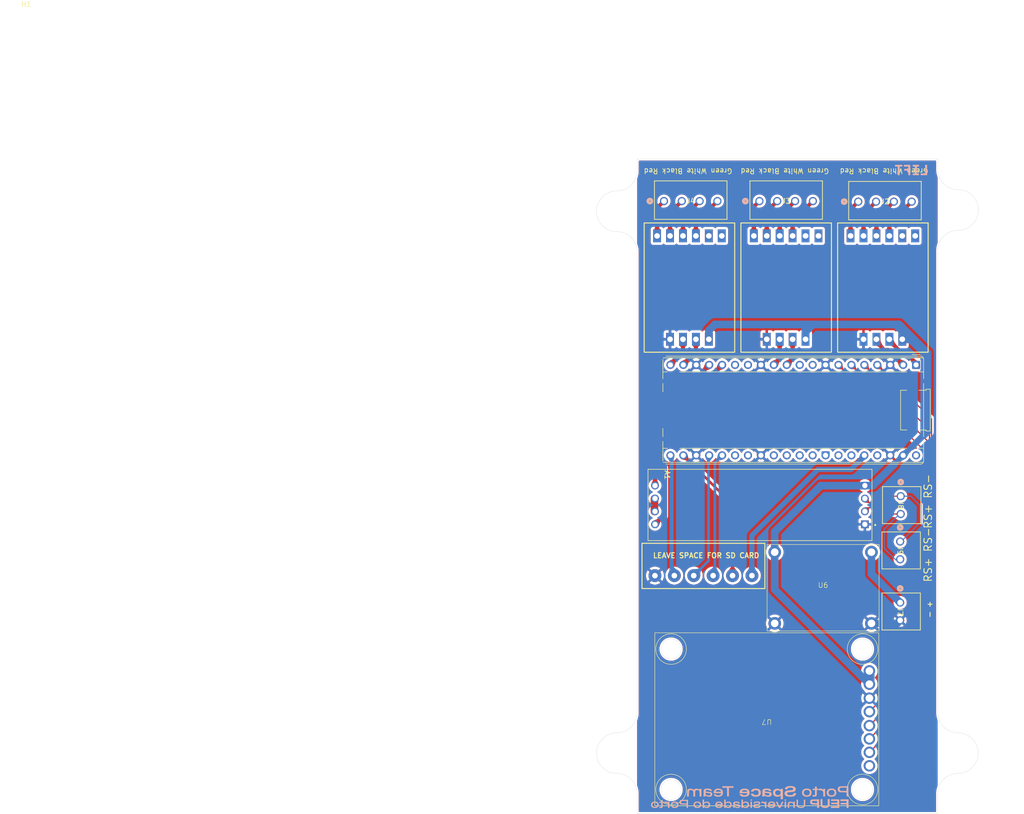
<source format=kicad_pcb>
(kicad_pcb (version 20241229) (generator "pcbnew") (generator_version "9.0")
  (layers (0 "F.Cu" signal) (2 "B.Cu" signal) (13 "F.Paste" user) (15 "B.Paste" user) (5 "F.SilkS" user "F.Silkscreen") (7 "B.SilkS" user "B.Silkscreen") (1 "F.Mask" user) (3 "B.Mask" user) (25 "Edge.Cuts" user))
  (net 0 "")
  (net 1 "GND")
  (net 17 "/E3-")
  (net 18 "/CLK2")
  (net 19 "/A3-")
  (net 20 "/DT2")
  (net 21 "/E3+")
  (net 22 "/A3+")
  (net 24 "/DT1")
  (net 26 "/E1+")
  (net 27 "/SD_MISO")
  (net 28 "/SD_MOSI")
  (net 29 "/E1-")
  (net 30 "/SD_CLK")
  (net 31 "/SD_CS")
  (net 32 "/A1+")
  (net 33 "/CLK1")
  (net 34 "/A1-")
  (net 35 "/A2-")
  (net 37 "/E2+")
  (net 38 "/E2-")
  (net 39 "/CLK3")
  (net 40 "/A2+")
  (net 42 "/DT3")
  (net 43 "/3V3")
  (net 46 "/5V")
  (net 47 "/RS+")
  (net 48 "/RS-")
  (net 49 "/UART TX")
  (net 50 "/UART RX")
  (net 51 "/DE{slash}RE")
  (net 52 "/V_In")
  (net 53 "/CAN TX")
  (net 54 "/CAN CLK")
  (net 55 "/CAN RX")
  (net 56 "/CAN CS")
  (footprint "HX711 Module:HX711" (layer "F.Cu") (at 173.02 55 -90)
    (property "Reference" "U5" (hide yes))
    (property "Value" "~")
    (pad "1" thru_hole rect (at -10.16 7.62 270) (size 2.54 1.54) (drill 1.1) (layers "*.Cu" "*.Mask") (net 37 "/E2+"))
    (pad "2" thru_hole rect (at -10.16 5.08 270) (size 2.54 1.54) (drill 1.1) (layers "*.Cu" "*.Mask") (net 38 "/E2-"))
    (pad "3" thru_hole rect (at -10.16 2.54 270) (size 2.54 1.54) (drill 1.1) (layers "*.Cu" "*.Mask") (net 35 "/A2-"))
    (pad "4" thru_hole rect (at -10.16 0 270) (size 2.54 1.54) (drill 1.1) (layers "*.Cu" "*.Mask") (net 40 "/A2+"))
    (pad "5" thru_hole rect (at -10.16 -2.54 270) (size 2.54 1.54) (drill 1.1) (layers "*.Cu" "*.Mask"))
    (pad "6" thru_hole rect (at -10.16 -5.08 270) (size 2.54 1.54) (drill 1.1) (layers "*.Cu" "*.Mask"))
    (pad "7" thru_hole rect (at 10.16 5.08 270) (size 2.54 1.54) (drill 1.1) (layers "*.Cu" "*.Mask") (net 1 "GND"))
    (pad "8" thru_hole rect (at 10.16 2.54 270) (size 2.54 1.54) (drill 1.1) (layers "*.Cu" "*.Mask") (net 42 "/DT3"))
    (pad "9" thru_hole rect (at 10.16 0 270) (size 2.54 1.54) (drill 1.1) (layers "*.Cu" "*.Mask") (net 39 "/CLK3"))
    (pad "10" thru_hole rect (at 10.16 -2.54 270) (size 2.54 1.54) (drill 1.1) (layers "*.Cu" "*.Mask") (net 46 "/5V"))
  )
  (footprint "HX711 Module:HX711" (layer "F.Cu") (at 135.02 55 -90)
    (property "Reference" "U1" (hide yes))
    (property "Value" "~")
    (pad "1" thru_hole rect (at -10.16 7.62 270) (size 2.54 1.54) (drill 1.1) (layers "*.Cu" "*.Mask") (net 21 "/E3+"))
    (pad "2" thru_hole rect (at -10.16 5.08 270) (size 2.54 1.54) (drill 1.1) (layers "*.Cu" "*.Mask") (net 17 "/E3-"))
    (pad "3" thru_hole rect (at -10.16 2.54 270) (size 2.54 1.54) (drill 1.1) (layers "*.Cu" "*.Mask") (net 19 "/A3-"))
    (pad "4" thru_hole rect (at -10.16 0 270) (size 2.54 1.54) (drill 1.1) (layers "*.Cu" "*.Mask") (net 22 "/A3+"))
    (pad "5" thru_hole rect (at -10.16 -2.54 270) (size 2.54 1.54) (drill 1.1) (layers "*.Cu" "*.Mask"))
    (pad "6" thru_hole rect (at -10.16 -5.08 270) (size 2.54 1.54) (drill 1.1) (layers "*.Cu" "*.Mask"))
    (pad "7" thru_hole rect (at 10.16 5.08 270) (size 2.54 1.54) (drill 1.1) (layers "*.Cu" "*.Mask") (net 1 "GND"))
    (pad "8" thru_hole rect (at 10.16 2.54 270) (size 2.54 1.54) (drill 1.1) (layers "*.Cu" "*.Mask") (net 20 "/DT2"))
    (pad "9" thru_hole rect (at 10.16 0 270) (size 2.54 1.54) (drill 1.1) (layers "*.Cu" "*.Mask") (net 18 "/CLK2"))
    (pad "10" thru_hole rect (at 10.16 -2.54 270) (size 2.54 1.54) (drill 1.1) (layers "*.Cu" "*.Mask") (net 46 "/5V"))
  )
  (footprint "CONN_SD-39357-001_02P_MOL:CONN_SD-39357-001_02P_MOL" (layer "F.Cu") (at 175.1445 116.9104 -90)
    (property "Reference" "J7" (at 1.75 0 270) (layer "F.SilkS"))
    (property "Value" "393570002")
    (pad "1" thru_hole circle (at 0 0 270) (size 1.6002 1.6002) (drill 1.0922) (layers "*.Cu" "*.Mask") (net 52 "/V_In"))
    (pad "2" thru_hole circle (at 3.500002 0 270) (size 1.6002 1.6002) (drill 1.0922) (layers "*.Cu" "*.Mask") (net 1 "GND"))
  )
  (footprint "CANController:CANController" (layer "F.Cu") (at 148.95 139.85 180)
    (property "Reference" "U7" (at 0 -0.5 180) (layer "F.SilkS") (effects (font (thickness 0.1))))
    (property "Value" "~")
    (fp_circle (center 18.8 13.8) (end 20.8 13.8) (stroke (width 0.05)) (fill no) (layer "Edge.Cuts"))
    (fp_circle (center 18.8 -13.8) (end 20.8 -13.8) (stroke (width 0.05)) (fill no) (layer "Edge.Cuts"))
    (fp_circle (center -18.8 13.8) (end -16.8 13.8) (stroke (width 0.05)) (fill no) (layer "Edge.Cuts"))
    (fp_circle (center -18.8 -13.8) (end -16.8 -13.8) (stroke (width 0.05)) (fill no) (layer "Edge.Cuts"))
    (pad "1" thru_hole circle (at -20.15 -9.15 180) (size 2.25 2.25) (drill 1.5) (layers "*.Cu" "*.Mask"))
    (pad "2" thru_hole circle (at -20.15 -6.5 180) (size 2.25 2.25) (drill 1.5) (layers "*.Cu" "*.Mask") (net 54 "/CAN CLK"))
    (pad "3" thru_hole circle (at -20.15 -3.85 180) (size 2.25 2.25) (drill 1.5) (layers "*.Cu" "*.Mask") (net 53 "/CAN TX"))
    (pad "4" thru_hole circle (at -20.15 -1.25 180) (size 2.25 2.25) (drill 1.5) (layers "*.Cu" "*.Mask") (net 55 "/CAN RX"))
    (pad "5" thru_hole circle (at -20.15 1.5 180) (size 2.25 2.25) (drill 1.5) (layers "*.Cu" "*.Mask") (net 56 "/CAN CS"))
    (pad "6" thru_hole circle (at -20.15 4.15 180) (size 2.25 2.25) (drill 1.5) (layers "*.Cu" "*.Mask") (net 1 "GND"))
    (pad "7" thru_hole circle (at -20.15 6.9 180) (size 2.25 2.25) (drill 1.5) (layers "*.Cu" "*.Mask") (net 46 "/5V"))
    (pad "8" thru_hole circle (at -20.15 9.5 180) (size 2.25 2.25) (drill 1.5) (layers "*.Cu" "*.Mask") (net 46 "/5V"))
  )
  (footprint "MicroSDReader:MicroSD Reader" (layer "F.Cu") (at 135.865 103.995)
    (property "Reference" "U2" (hide yes))
    (property "Value" "~")
    (pad "1" thru_hole circle (at -8.89 7.62) (size 2.54 2.54) (drill 1.1) (layers "*.Cu" "*.Mask") (net 1 "GND"))
    (pad "2" thru_hole circle (at -5.08 7.62) (size 2.54 2.54) (drill 1.1) (layers "*.Cu" "*.Mask") (net 27 "/SD_MISO"))
    (pad "3" thru_hole circle (at -1.27 7.62) (size 2.54 2.54) (drill 1.1) (layers "*.Cu" "*.Mask") (net 30 "/SD_CLK"))
    (pad "4" thru_hole circle (at 2.54 7.62) (size 2.54 2.54) (drill 1.1) (layers "*.Cu" "*.Mask") (net 28 "/SD_MOSI"))
    (pad "5" thru_hole circle (at 6.35 7.62) (size 2.54 2.54) (drill 1.1) (layers "*.Cu" "*.Mask") (net 31 "/SD_CS"))
    (pad "6" thru_hole circle (at 10.16 7.62) (size 2.54 2.54) (drill 1.1) (layers "*.Cu" "*.Mask") (net 43 "/3V3"))
  )
  (footprint "393570004:CONN_SD-39357-001_04P_MOL" (layer "F.Cu") (at 147.499999 38)
    (property "Reference" "J3" (at 5.25 0 0) (layer "F.SilkS"))
    (property "Value" "393570004")
    (pad "1" thru_hole circle (at 0 0) (size 1.6002 1.6002) (drill 1.0922) (layers "*.Cu" "*.Mask") (net 26 "/E1+"))
    (pad "2" thru_hole circle (at 3.500001 0) (size 1.6002 1.6002) (drill 1.0922) (layers "*.Cu" "*.Mask") (net 29 "/E1-"))
    (pad "3" thru_hole circle (at 7.000001 0) (size 1.6002 1.6002) (drill 1.0922) (layers "*.Cu" "*.Mask") (net 34 "/A1-"))
    (pad "4" thru_hole circle (at 10.500002 0) (size 1.6002 1.6002) (drill 1.0922) (layers "*.Cu" "*.Mask") (net 32 "/A1+"))
  )
  (footprint "MountingHole:MountingHole_3.2mm_M3" (layer "F.Cu") (at 119 40)
    (property "Reference" "H4" (hide yes))
    (property "Value" "MountingHole" (hide yes))
    (pad "" np_thru_hole circle (at 0 0) (size 3.2 3.2) (drill 3.2) (layers "*.Cu" "*.Mask"))
  )
  (footprint "MountingHole:MountingHole_3.2mm_M3" (layer "F.Cu") (at 187 39.75)
    (property "Reference" "H3" (hide yes))
    (property "Value" "MountingHole" (hide yes))
    (pad "" np_thru_hole circle (at 0 0) (size 3.2 3.2) (drill 3.2) (layers "*.Cu" "*.Mask"))
  )
  (footprint "CONN_SD-39357-001_02P_MOL:CONN_SD-39357-001_02P_MOL" (layer "F.Cu") (at 175.25 96 -90)
    (property "Reference" "J8" (at 1.75 0 270) (layer "F.SilkS"))
    (property "Value" "393570002")
    (pad "1" thru_hole circle (at 0 0 270) (size 1.6002 1.6002) (drill 1.0922) (layers "*.Cu" "*.Mask") (net 48 "/RS-"))
    (pad "2" thru_hole circle (at 3.500002 0 270) (size 1.6002 1.6002) (drill 1.0922) (layers "*.Cu" "*.Mask") (net 47 "/RS+"))
  )
  (footprint "HX711 Module:HX711" (layer "F.Cu") (at 154.02 55 -90)
    (property "Reference" "U4" (hide yes))
    (property "Value" "~")
    (pad "1" thru_hole rect (at -10.16 7.62 270) (size 2.54 1.54) (drill 1.1) (layers "*.Cu" "*.Mask") (net 26 "/E1+"))
    (pad "2" thru_hole rect (at -10.16 5.08 270) (size 2.54 1.54) (drill 1.1) (layers "*.Cu" "*.Mask") (net 29 "/E1-"))
    (pad "3" thru_hole rect (at -10.16 2.54 270) (size 2.54 1.54) (drill 1.1) (layers "*.Cu" "*.Mask") (net 34 "/A1-"))
    (pad "4" thru_hole rect (at -10.16 0 270) (size 2.54 1.54) (drill 1.1) (layers "*.Cu" "*.Mask") (net 32 "/A1+"))
    (pad "5" thru_hole rect (at -10.16 -2.54 270) (size 2.54 1.54) (drill 1.1) (layers "*.Cu" "*.Mask"))
    (pad "6" thru_hole rect (at -10.16 -5.08 270) (size 2.54 1.54) (drill 1.1) (layers "*.Cu" "*.Mask"))
    (pad "7" thru_hole rect (at 10.16 5.08 270) (size 2.54 1.54) (drill 1.1) (layers "*.Cu" "*.Mask") (net 1 "GND"))
    (pad "8" thru_hole rect (at 10.16 2.54 270) (size 2.54 1.54) (drill 1.1) (layers "*.Cu" "*.Mask") (net 24 "/DT1"))
    (pad "9" thru_hole rect (at 10.16 0 270) (size 2.54 1.54) (drill 1.1) (layers "*.Cu" "*.Mask") (net 33 "/CLK1"))
    (pad "10" thru_hole rect (at 10.16 -2.54 270) (size 2.54 1.54) (drill 1.1) (layers "*.Cu" "*.Mask") (net 46 "/5V"))
  )
  (footprint "MAX485Module:MODULE_MAX485_MODULE_5V_LOGIC_TLL_TO_RS-485_CONVERTER" (layer "F.Cu") (at 147.61 97.725 180)
    (property "Reference" "U3" (hide yes))
    (property "Value" "MAX485_MODULE_5V_LOGIC_TLL_TO_RS-485_CONVERTER")
    (pad "1" thru_hole rect (at -20.6 -3.81 180) (size 1.53 1.53) (drill 1.02) (layers "*.Cu" "*.Mask") (net 1 "GND"))
    (pad "2" thru_hole circle (at -20.6 -1.27 180) (size 1.53 1.53) (drill 1.02) (layers "*.Cu" "*.Mask") (net 47 "/RS+"))
    (pad "3" thru_hole circle (at -20.6 1.27 180) (size 1.53 1.53) (drill 1.02) (layers "*.Cu" "*.Mask") (net 48 "/RS-"))
    (pad "4" thru_hole circle (at -20.6 3.81 180) (size 1.53 1.53) (drill 1.02) (layers "*.Cu" "*.Mask") (net 46 "/5V"))
    (pad "5" thru_hole circle (at 20.62 3.81 180) (size 1.53 1.53) (drill 1.02) (layers "*.Cu" "*.Mask") (net 50 "/UART RX"))
    (pad "6" thru_hole circle (at 20.62 1.27 180) (size 1.53 1.53) (drill 1.02) (layers "*.Cu" "*.Mask") (net 51 "/DE{slash}RE"))
    (pad "7" thru_hole circle (at 20.62 -1.27 180) (size 1.53 1.53) (drill 1.02) (layers "*.Cu" "*.Mask") (net 51 "/DE{slash}RE"))
    (pad "8" thru_hole circle (at 20.62 -3.81 180) (size 1.53 1.53) (drill 1.02) (layers "*.Cu" "*.Mask") (net 49 "/UART TX"))
  )
  (footprint "CONN_SD-39357-001_02P_MOL:CONN_SD-39357-001_02P_MOL" (layer "F.Cu") (at 175.1445 104.9104 -90)
    (property "Reference" "J9" (at 1.75 0 270) (layer "F.SilkS"))
    (property "Value" "393570002")
    (pad "1" thru_hole circle (at 0 0 270) (size 1.6002 1.6002) (drill 1.0922) (layers "*.Cu" "*.Mask") (net 48 "/RS-"))
    (pad "2" thru_hole circle (at 3.500002 0 270) (size 1.6002 1.6002) (drill 1.0922) (layers "*.Cu" "*.Mask") (net 47 "/RS+"))
  )
  (footprint "MountingHole:MountingHole_3.2mm_M3" (layer "F.Cu") (at 187.25 146.5)
    (property "Reference" "H1" (hide yes))
    (property "Value" "MountingHole" (hide yes))
    (pad "" np_thru_hole circle (at 0 0) (size 3.2 3.2) (drill 3.2) (layers "*.Cu" "*.Mask"))
  )
  (footprint "393570004:CONN_SD-39357-001_04P_MOL" (layer "F.Cu") (at 128.749999 38)
    (property "Reference" "J4" (at 5.25 0 0) (layer "F.SilkS"))
    (property "Value" "393570004")
    (pad "1" thru_hole circle (at 0 0) (size 1.6002 1.6002) (drill 1.0922) (layers "*.Cu" "*.Mask") (net 21 "/E3+"))
    (pad "2" thru_hole circle (at 3.500001 0) (size 1.6002 1.6002) (drill 1.0922) (layers "*.Cu" "*.Mask") (net 17 "/E3-"))
    (pad "3" thru_hole circle (at 7.000001 0) (size 1.6002 1.6002) (drill 1.0922) (layers "*.Cu" "*.Mask") (net 19 "/A3-"))
    (pad "4" thru_hole circle (at 10.500002 0) (size 1.6002 1.6002) (drill 1.0922) (layers "*.Cu" "*.Mask") (net 22 "/A3+"))
  )
  (footprint "393570004:CONN_SD-39357-001_04P_MOL" (layer "F.Cu") (at 166.9104 38.1055)
    (property "Reference" "J2" (at 5.25 0 0) (layer "F.SilkS"))
    (property "Value" "393570004")
    (pad "1" thru_hole circle (at 0 0) (size 1.6002 1.6002) (drill 1.0922) (layers "*.Cu" "*.Mask") (net 37 "/E2+"))
    (pad "2" thru_hole circle (at 3.500001 0) (size 1.6002 1.6002) (drill 1.0922) (layers "*.Cu" "*.Mask") (net 38 "/E2-"))
    (pad "3" thru_hole circle (at 7.000001 0) (size 1.6002 1.6002) (drill 1.0922) (layers "*.Cu" "*.Mask") (net 35 "/A2-"))
    (pad "4" thru_hole circle (at 10.500002 0) (size 1.6002 1.6002) (drill 1.0922) (layers "*.Cu" "*.Mask") (net 40 "/A2+"))
  )
  (footprint "Raspberry Pi Pico:RaspberryPi_Pico_THT" (layer "F.Cu") (at 178.27 70.195 -90)
    (property "Reference" "A1" (at 20.6375 48.895 270) (layer "F.SilkS") (effects (justify left)))
    (property "Value" "RaspberryPi_Pico")
    (pad "1" thru_hole roundrect (at 0 0 270) (size 1.6 1.6) (drill 1) (layers "*.Cu" "*.Mask") (roundrect_rratio 0.125) (net 39 "/CLK3"))
    (pad "2" thru_hole circle (at 0 2.54 270) (size 1.6 1.6) (drill 1) (layers "*.Cu" "*.Mask") (net 42 "/DT3"))
    (pad "3" thru_hole custom (at 0 5.08 270) (size 1.6 1.6) (drill 1) (layers "*.Cu" "*.Mask") (net 1 "GND") (options (clearance outline) (anchor circle)) (primitives (gr_poly (pts (xy 0.8 0.6) (xy 0.8 -0.6) (xy 0.6 -0.8) (xy 0 -0.8) (xy 0 0.8) (xy 0.6 0.8)) (width 0) (fill yes)) (gr_circle (center 0.6 0.6) (end 0.8 0.6) (width 0) (fill yes)) (gr_circle (center 0.6 -0.6) (end 0.8 -0.6) (width 0) (fill yes))))
    (pad "4" thru_hole circle (at 0 7.62 270) (size 1.6 1.6) (drill 1) (layers "*.Cu" "*.Mask") (net 54 "/CAN CLK"))
    (pad "5" thru_hole circle (at 0 10.16 270) (size 1.6 1.6) (drill 1) (layers "*.Cu" "*.Mask") (net 53 "/CAN TX"))
    (pad "6" thru_hole circle (at 0 12.7 270) (size 1.6 1.6) (drill 1) (layers "*.Cu" "*.Mask") (net 55 "/CAN RX"))
    (pad "7" thru_hole circle (at 0 15.24 270) (size 1.6 1.6) (drill 1) (layers "*.Cu" "*.Mask") (net 56 "/CAN CS"))
    (pad "8" thru_hole custom (at 0 17.78 270) (size 1.6 1.6) (drill 1) (layers "*.Cu" "*.Mask") (net 1 "GND") (options (clearance outline) (anchor circle)) (primitives (gr_poly (pts (xy 0.8 0.6) (xy 0.8 -0.6) (xy 0.6 -0.8) (xy 0 -0.8) (xy 0 0.8) (xy 0.6 0.8)) (width 0) (fill yes)) (gr_circle (center 0.6 0.6) (end 0.8 0.6) (width 0) (fill yes)) (gr_circle (center 0.6 -0.6) (end 0.8 -0.6) (width 0) (fill yes))))
    (pad "9" thru_hole circle (at 0 20.32 270) (size 1.6 1.6) (drill 1) (layers "*.Cu" "*.Mask"))
    (pad "10" thru_hole circle (at 0 22.86 270) (size 1.6 1.6) (drill 1) (layers "*.Cu" "*.Mask"))
    (pad "11" thru_hole circle (at 0 25.4 270) (size 1.6 1.6) (drill 1) (layers "*.Cu" "*.Mask") (net 33 "/CLK1"))
    (pad "12" thru_hole circle (at 0 27.94 270) (size 1.6 1.6) (drill 1) (layers "*.Cu" "*.Mask") (net 24 "/DT1"))
    (pad "13" thru_hole custom (at 0 30.48 270) (size 1.6 1.6) (drill 1) (layers "*.Cu" "*.Mask") (net 1 "GND") (options (clearance outline) (anchor circle)) (primitives (gr_poly (pts (xy 0.8 0.6) (xy 0.8 -0.6) (xy 0.6 -0.8) (xy 0 -0.8) (xy 0 0.8) (xy 0.6 0.8)) (width 0) (fill yes)) (gr_circle (center 0.6 0.6) (end 0.8 0.6) (width 0) (fill yes)) (gr_circle (center 0.6 -0.6) (end 0.8 -0.6) (width 0) (fill yes))))
    (pad "14" thru_hole circle (at 0 33.02 270) (size 1.6 1.6) (drill 1) (layers "*.Cu" "*.Mask"))
    (pad "15" thru_hole circle (at 0 35.56 270) (size 1.6 1.6) (drill 1) (layers "*.Cu" "*.Mask"))
    (pad "16" thru_hole circle (at 0 38.1 270) (size 1.6 1.6) (drill 1) (layers "*.Cu" "*.Mask") (net 49 "/UART TX"))
    (pad "17" thru_hole circle (at 0 40.64 270) (size 1.6 1.6) (drill 1) (layers "*.Cu" "*.Mask") (net 50 "/UART RX"))
    (pad "18" thru_hole custom (at 0 43.18 270) (size 1.6 1.6) (drill 1) (layers "*.Cu" "*.Mask") (net 1 "GND") (options (clearance outline) (anchor circle)) (primitives (gr_poly (pts (xy 0.8 0.6) (xy 0.8 -0.6) (xy 0.6 -0.8) (xy 0 -0.8) (xy 0 0.8) (xy 0.6 0.8)) (width 0) (fill yes)) (gr_circle (center 0.6 0.6) (end 0.8 0.6) (width 0) (fill yes)) (gr_circle (center 0.6 -0.6) (end 0.8 -0.6) (width 0) (fill yes))))
    (pad "19" thru_hole circle (at 0 45.72 270) (size 1.6 1.6) (drill 1) (layers "*.Cu" "*.Mask") (net 18 "/CLK2"))
    (pad "20" thru_hole circle (at 0 48.26 270) (size 1.6 1.6) (drill 1) (layers "*.Cu" "*.Mask") (net 20 "/DT2"))
    (pad "21" thru_hole circle (at 17.78 48.26 270) (size 1.6 1.6) (drill 1) (layers "*.Cu" "*.Mask") (net 27 "/SD_MISO"))
    (pad "22" thru_hole circle (at 17.78 45.72 270) (size 1.6 1.6) (drill 1) (layers "*.Cu" "*.Mask") (net 31 "/SD_CS"))
    (pad "23" thru_hole custom (at 17.78 43.18 270) (size 1.6 1.6) (drill 1) (layers "*.Cu" "*.Mask") (net 1 "GND") (options (clearance outline) (anchor circle)) (primitives (gr_poly (pts (xy -0.8 0.6) (xy -0.8 -0.6) (xy -0.6 -0.8) (xy 0 -0.8) (xy 0 0.8) (xy -0.6 0.8)) (width 0) (fill yes)) (gr_circle (center -0.6 0.6) (end -0.4 0.6) (width 0) (fill yes)) (gr_circle (center -0.6 -0.6) (end -0.4 -0.6) (width 0) (fill yes))))
    (pad "24" thru_hole circle (at 17.78 40.64 270) (size 1.6 1.6) (drill 1) (layers "*.Cu" "*.Mask") (net 30 "/SD_CLK"))
    (pad "25" thru_hole circle (at 17.78 38.1 270) (size 1.6 1.6) (drill 1) (layers "*.Cu" "*.Mask") (net 28 "/SD_MOSI"))
    (pad "26" thru_hole circle (at 17.78 35.56 270) (size 1.6 1.6) (drill 1) (layers "*.Cu" "*.Mask"))
    (pad "27" thru_hole circle (at 17.78 33.02 270) (size 1.6 1.6) (drill 1) (layers "*.Cu" "*.Mask"))
    (pad "28" thru_hole custom (at 17.78 30.48 270) (size 1.6 1.6) (drill 1) (layers "*.Cu" "*.Mask") (net 1 "GND") (options (clearance outline) (anchor circle)) (primitives (gr_poly (pts (xy -0.8 0.6) (xy -0.8 -0.6) (xy -0.6 -0.8) (xy 0 -0.8) (xy 0 0.8) (xy -0.6 0.8)) (width 0) (fill yes)) (gr_circle (center -0.6 0.6) (end -0.4 0.6) (width 0) (fill yes)) (gr_circle (center -0.6 -0.6) (end -0.4 -0.6) (width 0) (fill yes))))
    (pad "29" thru_hole circle (at 17.78 27.94 270) (size 1.6 1.6) (drill 1) (layers "*.Cu" "*.Mask"))
    (pad "30" thru_hole circle (at 17.78 25.4 270) (size 1.6 1.6) (drill 1) (layers "*.Cu" "*.Mask"))
    (pad "31" thru_hole circle (at 17.78 22.86 270) (size 1.6 1.6) (drill 1) (layers "*.Cu" "*.Mask"))
    (pad "32" thru_hole circle (at 17.78 20.32 270) (size 1.6 1.6) (drill 1) (layers "*.Cu" "*.Mask"))
    (pad "33" thru_hole custom (at 17.78 17.78 270) (size 1.6 1.6) (drill 1) (layers "*.Cu" "*.Mask") (options (clearance outline) (anchor circle)) (primitives (gr_poly (pts (xy -0.8 0.6) (xy -0.8 -0.6) (xy -0.6 -0.8) (xy 0 -0.8) (xy 0 0.8) (xy -0.6 0.8)) (width 0) (fill yes)) (gr_circle (center -0.6 0.6) (end -0.4 0.6) (width 0) (fill yes)) (gr_circle (center -0.6 -0.6) (end -0.4 -0.6) (width 0) (fill yes))))
    (pad "34" thru_hole circle (at 17.78 15.24 270) (size 1.6 1.6) (drill 1) (layers "*.Cu" "*.Mask"))
    (pad "35" thru_hole circle (at 17.78 12.7 270) (size 1.6 1.6) (drill 1) (layers "*.Cu" "*.Mask"))
    (pad "36" thru_hole circle (at 17.78 10.16 270) (size 1.6 1.6) (drill 1) (layers "*.Cu" "*.Mask") (net 43 "/3V3"))
    (pad "37" thru_hole circle (at 17.78 7.62 270) (size 1.6 1.6) (drill 1) (layers "*.Cu" "*.Mask"))
    (pad "38" thru_hole custom (at 17.78 5.08 270) (size 1.6 1.6) (drill 1) (layers "*.Cu" "*.Mask") (net 1 "GND") (options (clearance outline) (anchor circle)) (primitives (gr_poly (pts (xy -0.8 0.6) (xy -0.8 -0.6) (xy -0.6 -0.8) (xy 0 -0.8) (xy 0 0.8) (xy -0.6 0.8)) (width 0) (fill yes)) (gr_circle (center -0.6 0.6) (end -0.4 0.6) (width 0) (fill yes)) (gr_circle (center -0.6 -0.6) (end -0.4 -0.6) (width 0) (fill yes))))
    (pad "39" thru_hole circle (at 17.78 2.54 270) (size 1.6 1.6) (drill 1) (layers "*.Cu" "*.Mask") (net 46 "/5V"))
    (pad "40" thru_hole circle (at 17.78 0 270) (size 1.6 1.6) (drill 1) (layers "*.Cu" "*.Mask"))
  )
  (footprint "MountingHole:MountingHole_3.2mm_M3" (layer "F.Cu") (at 3.475 3.475)
    (property "Reference" "H1" (at 0 -4.15 0) (layer "F.SilkS"))
    (property "Value" "MountingHole")
    (pad "" np_thru_hole circle (at 0 0) (size 3.2 3.2) (drill 3.2) (layers "*.Cu" "*.Mask"))
  )
  (footprint "minidcdc:MiniDCDC" (layer "F.Cu") (at 160 114)
    (property "Reference" "U6" (at 0 -0.5 0) (layer "F.SilkS") (effects (font (thickness 0.1))))
    (property "Value" "~")
    (pad "1" thru_hole circle (at 9.5 -7) (size 2.5 2.5) (drill 1.5) (layers "*.Cu" "*.Mask") (net 52 "/V_In"))
    (pad "2" thru_hole circle (at 9.5 7) (size 2.5 2.5) (drill 1.5) (layers "*.Cu" "*.Mask") (net 1 "GND"))
    (pad "3" thru_hole circle (at -9.5 -7) (size 2.5 2.5) (drill 1.5) (layers "*.Cu" "*.Mask") (net 46 "/5V"))
    (pad "4" thru_hole circle (at -9.5 7) (size 2.5 2.5) (drill 1.5) (layers "*.Cu" "*.Mask") (net 1 "GND"))
  )
  (footprint "MountingHole:MountingHole_3.2mm_M3" (layer "F.Cu") (at 119 146.5)
    (property "Reference" "H5" (hide yes))
    (property "Value" "MountingHole" (hide yes))
    (pad "" np_thru_hole circle (at 0 0) (size 3.2 3.2) (drill 3.2) (layers "*.Cu" "*.Mask"))
  )
  (footprint "FEUP-text:Feup-text" (layer "B.Cu") (at 145.6 155.2 180)
    (property "Reference" "G***" (hide yes))
    (property "Value" "LOGO" (hide yes))
  )
  (gr_line (start 123.5 138.5) (end 123.5 111.75) (stroke (width 0.05)) (layer "Edge.Cuts"))
  (gr_arc (start 119.5 150.5) (mid 122.328427 151.671573) (end 123.5 154.5) (stroke (width 0.05)) (layer "Edge.Cuts"))
  (gr_arc (start 186.5 142.507821) (mid 190.492179 146.5) (end 186.5 150.492179) (stroke (width 0.05)) (layer "Edge.Cuts"))
  (gr_line (start 182.5 31.75) (end 182.5 29.75) (stroke (width 0.05)) (layer "Edge.Cuts"))
  (gr_arc (start 182.492179 154.5) (mid 183.666043 151.666043) (end 186.5 150.492179) (stroke (width 0.05)) (layer "Edge.Cuts"))
  (gr_arc (start 119.5 150.5) (mid 115.5 146.5) (end 119.5 142.5) (stroke (width 0.05)) (layer "Edge.Cuts"))
  (gr_arc (start 186.5 35.75) (mid 183.671573 34.578427) (end 182.5 31.75) (stroke (width 0.05)) (layer "Edge.Cuts"))
  (gr_line (start 123.5 154.5) (end 123.5 155) (stroke (width 0.05)) (layer "Edge.Cuts"))
  (gr_line (start 123.5 29.75) (end 182.5 29.75) (stroke (width 0.05)) (layer "Edge.Cuts"))
  (gr_line (start 123.75 158.375) (end 123.5 158.375) (stroke (width 0.05)) (layer "Edge.Cuts"))
  (gr_line (start 123.5 155) (end 123.5 158.375) (stroke (width 0.05)) (layer "Edge.Cuts"))
  (gr_line (start 182.492179 154.5) (end 182.492179 158.375) (stroke (width 0.05)) (layer "Edge.Cuts"))
  (gr_line (start 123.5 32) (end 123.5 29.75) (stroke (width 0.05)) (layer "Edge.Cuts"))
  (gr_arc (start 119.5 44) (mid 115.5 40) (end 119.5 36) (stroke (width 0.05)) (layer "Edge.Cuts"))
  (gr_arc (start 119.5 44) (mid 122.328427 45.171573) (end 123.5 48) (stroke (width 0.05)) (layer "Edge.Cuts"))
  (gr_line (start 182.5 47.75) (end 182.5 111.75) (stroke (width 0.05)) (layer "Edge.Cuts"))
  (gr_line (start 182.5 111.75) (end 182.5 138.5) (stroke (width 0.05)) (layer "Edge.Cuts"))
  (gr_arc (start 186.5 142.5) (mid 183.671573 141.328427) (end 182.5 138.5) (stroke (width 0.05)) (layer "Edge.Cuts"))
  (gr_arc (start 123.5 32) (mid 122.328427 34.828427) (end 119.5 36) (stroke (width 0.05)) (layer "Edge.Cuts"))
  (gr_line (start 123.5 111.75) (end 123.5 48) (stroke (width 0.05)) (layer "Edge.Cuts"))
  (gr_line (start 182.492179 158.375) (end 123.75 158.375) (stroke (width 0.05)) (layer "Edge.Cuts"))
  (gr_arc (start 123.5 138.5) (mid 122.328427 141.328427) (end 119.5 142.5) (stroke (width 0.05)) (layer "Edge.Cuts"))
  (gr_arc (start 182.5 47.75) (mid 183.671573 44.921573) (end 186.5 43.75) (stroke (width 0.05)) (layer "Edge.Cuts"))
  (gr_arc (start 186.5 35.75) (mid 190.5 39.75) (end 186.5 43.75) (stroke (width 0.05)) (layer "Edge.Cuts"))
  (gr_text "Green White Black Red" (at 180.75 31.5 180) (layer "F.SilkS") (effects (font (size 1 1)) (justify left bottom)))
  (gr_text "RS+ RS-" (at 181.5 113 90) (layer "F.SilkS") (effects (font (size 1.5 1.5) (thickness 0.1875)) (justify left bottom)))
  (gr_text "+ -" (at 180.5 118.25 270) (layer "F.SilkS") (effects (font (size 1 1) (thickness 0.2) (bold yes)) (justify bottom)))
  (gr_text "LEAVE SPACE FOR SD CARD" (at 126.5 108.25 0) (layer "F.SilkS") (effects (font (size 1 1) (thickness 0.2) (bold yes)) (justify left bottom)))
  (gr_text "Green White Black Red" (at 161.25 31.5 180) (layer "F.SilkS") (effects (font (size 1 1)) (justify left bottom)))
  (gr_text "Green White Black Red" (at 142.25 31.5 180) (layer "F.SilkS") (effects (font (size 1 1)) (justify left bottom)))
  (gr_text "RS+ RS-" (at 181.5 102.5 90) (layer "F.SilkS") (effects (font (size 1.5 1.5) (thickness 0.1875)) (justify left bottom)))
  (gr_text "LIFT" (at 180.75 33.25 0) (layer "B.SilkS") (effects (font (size 2 2) (thickness 0.4) (bold yes)) (justify left bottom mirror)))
  (segment (start 169.5 121) (end 174.554902 121) (width 1.5) (layer "B.Cu") (net 1))
  (segment (start 174.554902 121) (end 175.1445 120.410402) (width 1.5) (layer "B.Cu") (net 1))
  (segment (start 129.94 44.84) (end 129.94 40.31) (width 0.75) (layer "F.Cu") (net 17))
  (segment (start 129.94 40.31) (end 132.25 38) (width 0.75) (layer "F.Cu") (net 17))
  (segment (start 135.02 67.64) (end 135.02 65.16) (width 0.75) (layer "F.Cu") (net 18))
  (segment (start 132.44 70.22) (end 135.02 67.64) (width 0.75) (layer "F.Cu") (net 18))
  (segment (start 132.48 44.84) (end 132.48 41.27) (width 0.75) (layer "F.Cu") (net 19))
  (segment (start 132.48 41.27) (end 135.75 38) (width 0.75) (layer "F.Cu") (net 19))
  (segment (start 132.48 67.64) (end 132.48 65.16) (width 0.75) (layer "F.Cu") (net 20))
  (segment (start 129.9 70.22) (end 132.48 67.64) (width 0.75) (layer "F.Cu") (net 20))
  (segment (start 127.4 39.349999) (end 127.4 44.84) (width 0.75) (layer "F.Cu") (net 21))
  (segment (start 128.749999 38) (end 127.4 39.349999) (width 0.75) (layer "F.Cu") (net 21))
  (segment (start 135.02 42.230001) (end 139.250001 38) (width 0.75) (layer "F.Cu") (net 22))
  (segment (start 135.02 44.84) (end 135.02 42.230001) (width 0.75) (layer "F.Cu") (net 22))
  (segment (start 150.22 70.22) (end 151.48 68.96) (width 0.75) (layer "F.Cu") (net 24))
  (segment (start 151.48 68.96) (end 151.48 65.16) (width 0.75) (layer "F.Cu") (net 24))
  (segment (start 146.4 39.099999) (end 147.499999 38) (width 0.75) (layer "F.Cu") (net 26))
  (segment (start 146.4 44.84) (end 146.4 39.099999) (width 0.75) (layer "F.Cu") (net 26))
  (segment (start 129.75 88.235) (end 130.01 87.975) (width 0.75) (layer "F.Cu") (net 27))
  (segment (start 130.25 111.08) (end 130.785 111.615) (width 0.75) (layer "B.Cu") (net 27))
  (segment (start 130.01 87.975) (end 130.25 88.215) (width 0.75) (layer "B.Cu") (net 27))
  (segment (start 130.25 88.215) (end 130.25 111.08) (width 0.75) (layer "B.Cu") (net 27))
  (segment (start 138.405 111.615) (end 138.75 111.27) (width 0.5) (layer "B.Cu") (net 28))
  (segment (start 138.75 89.395) (end 140.17 87.975) (width 0.5) (layer "B.Cu") (net 28))
  (segment (start 138.75 111.27) (end 138.75 89.395) (width 0.5) (layer "B.Cu") (net 28))
  (segment (start 148.94 40.06) (end 151 38) (width 0.75) (layer "F.Cu") (net 29))
  (segment (start 148.94 44.84) (end 148.94 40.06) (width 0.75) (layer "F.Cu") (net 29))
  (segment (start 134.595 111.615) (end 137.5 108.71) (width 0.5) (layer "B.Cu") (net 30))
  (segment (start 137.5 108.71) (end 137.5 88.105) (width 0.5) (layer "B.Cu") (net 30))
  (segment (start 137.5 88.105) (end 137.63 87.975) (width 0.5) (layer "B.Cu") (net 30))
  (segment (start 132.44 88.38) (end 132.44 88) (width 0.75) (layer "F.Cu") (net 31))
  (segment (start 132.55 87.975) (end 142.215 97.64) (width 0.5) (layer "F.Cu") (net 31))
  (segment (start 142.215 97.64) (end 142.215 111.615) (width 0.5) (layer "F.Cu") (net 31))
  (segment (start 154.02 44.84) (end 154.02 41.980001) (width 0.75) (layer "F.Cu") (net 32))
  (segment (start 154.02 41.980001) (end 158.000001 38) (width 0.75) (layer "F.Cu") (net 32))
  (segment (start 154.02 68.96) (end 154.02 65.16) (width 0.75) (layer "F.Cu") (net 33))
  (segment (start 152.76 70.22) (end 154.02 68.96) (width 0.75) (layer "F.Cu") (net 33))
  (segment (start 151.48 44.84) (end 151.48 41.02) (width 0.75) (layer "F.Cu") (net 34))
  (segment (start 151.48 41.02) (end 154.5 38) (width 0.75) (layer "F.Cu") (net 34))
  (segment (start 170.48 44.84) (end 170.48 41.535901) (width 0.75) (layer "F.Cu") (net 35))
  (segment (start 170.48 41.535901) (end 173.910401 38.1055) (width 0.75) (layer "F.Cu") (net 35))
  (segment (start 165.4 39.6159) (end 166.9104 38.1055) (width 0.75) (layer "F.Cu") (net 37))
  (segment (start 165.4 44.84) (end 165.4 39.6159) (width 0.75) (layer "F.Cu") (net 37))
  (segment (start 167.94 40.575901) (end 170.410401 38.1055) (width 0.75) (layer "F.Cu") (net 38))
  (segment (start 167.94 44.84) (end 167.94 40.575901) (width 0.75) (layer "F.Cu") (net 38))
  (segment (start 178.27 69.87) (end 175.75 67.35) (width 0.75) (layer "F.Cu") (net 39))
  (segment (start 178.27 70.195) (end 178.27 69.87) (width 0.75) (layer "F.Cu") (net 39))
  (segment (start 175.75 67.35) (end 174.95 67.35) (width 0.75) (layer "F.Cu") (net 39))
  (segment (start 174.95 67.35) (end 173.02 65.42) (width 0.75) (layer "F.Cu") (net 39))
  (segment (start 173.02 65.42) (end 173.02 65.16) (width 0.75) (layer "F.Cu") (net 39))
  (segment (start 173.02 44.84) (end 173.02 42.495902) (width 0.75) (layer "F.Cu") (net 40))
  (segment (start 173.02 42.495902) (end 177.410402 38.1055) (width 0.75) (layer "F.Cu") (net 40))
  (segment (start 172.785 67.25) (end 172.018 67.25) (width 0.75) (layer "F.Cu") (net 42))
  (segment (start 175.56 70.16) (end 175.62 70.22) (width 0.75) (layer "F.Cu") (net 42))
  (segment (start 175.73 70.195) (end 172.785 67.25) (width 0.75) (layer "F.Cu") (net 42))
  (segment (start 172.018 67.25) (end 170.48 65.712) (width 0.75) (layer "F.Cu") (net 42))
  (segment (start 170.48 65.712) (end 170.48 65.16) (width 0.75) (layer "F.Cu") (net 42))
  (segment (start 159 90.75) (end 146.025 103.725) (width 1) (layer "B.Cu") (net 43))
  (segment (start 146.025 103.725) (end 146.025 111.615) (width 1) (layer "B.Cu") (net 43))
  (segment (start 168.11 87.975) (end 168.11 88.14) (width 1) (layer "B.Cu") (net 43))
  (segment (start 168.11 88.14) (end 165.5 90.75) (width 1) (layer "B.Cu") (net 43))
  (segment (start 165.5 90.75) (end 159 90.75) (width 1) (layer "B.Cu") (net 43))
  (segment (start 169.79 93.915) (end 168.21 93.915) (width 1.5) (layer "B.Cu") (net 46))
  (segment (start 180.5 83.25) (end 179.861 83.889) (width 1.5) (layer "B.Cu") (net 46))
  (segment (start 179.861 69.023408) (end 179.861 67.865915) (width 1.5) (layer "B.Cu") (net 46))
  (segment (start 173.9775 89.7275) (end 175.73 87.975) (width 1) (layer "B.Cu") (net 46))
  (segment (start 159.585 93.915) (end 159.56 93.94) (width 1.25) (layer "B.Cu") (net 46))
  (segment (start 175.56 65.16) (end 175.56 63.56) (width 1.5) (layer "B.Cu") (net 46))
  (segment (start 180.5 67.83) (end 180.5 83.25) (width 1.5) (layer "B.Cu") (net 46))
  (segment (start 137.56 65.16) (end 137.56 63.44) (width 1.5) (layer "B.Cu") (net 46))
  (segment (start 137.56 63.44) (end 138.75 62.25) (width 1.5) (layer "B.Cu") (net 46))
  (segment (start 177.3525 86.3525) (end 177.3975 86.3525) (width 1.25) (layer "B.Cu") (net 46))
  (segment (start 177.3525 86.3525) (end 175.73 87.975) (width 1) (layer "B.Cu") (net 46))
  (segment (start 179.816 83.889) (end 177.3525 86.3525) (width 1) (layer "B.Cu") (net 46))
  (segment (start 174.25 62.25) (end 174.92 62.25) (width 1.5) (layer "B.Cu") (net 46))
  (segment (start 175.56 63.56) (end 174.25 62.25) (width 1.5) (layer "B.Cu") (net 46))
  (segment (start 150.5 107) (end 150.5 103) (width 1.5) (layer "B.Cu") (net 46))
  (segment (start 179.971 71.256592) (end 179.971 69.133408) (width 1.5) (layer "B.Cu") (net 46))
  (segment (start 179.861 71.366592) (end 179.971 71.256592) (width 1.5) (layer "B.Cu") (net 46))
  (segment (start 177.83 65.16) (end 180.5 67.83) (width 1.5) (layer "B.Cu") (net 46))
  (segment (start 177.155085 65.16) (end 175.56 65.16) (width 1.5) (layer "B.Cu") (net 46))
  (segment (start 179.861 67.865915) (end 177.155085 65.16) (width 1.5) (layer "B.Cu") (net 46))
  (segment (start 150.5 103) (end 159.56 93.94) (width 1.5) (layer "B.Cu") (net 46))
  (segment (start 156.25 62.25) (end 138.75 62.25) (width 1.5) (layer "B.Cu") (net 46))
  (segment (start 156.56 62.56) (end 156.25 62.25) (width 1.5) (layer "B.Cu") (net 46))
  (segment (start 169.79 93.915) (end 159.585 93.915) (width 1.25) (layer "B.Cu") (net 46))
  (segment (start 175.56 63.56) (end 176.23 63.56) (width 1.5) (layer "B.Cu") (net 46))
  (segment (start 150.5 114.35) (end 169.1 132.95) (width 1.5) (layer "B.Cu") (net 46))
  (segment (start 179.861 83.889) (end 179.816 83.889) (width 1) (layer "B.Cu") (net 46))
  (segment (start 169.1 132.95) (end 169.1 130.35) (width 2) (layer "B.Cu") (net 46))
  (segment (start 173.9775 89.7275) (end 169.79 93.915) (width 1.5) (layer "B.Cu") (net 46))
  (segment (start 176.23 63.56) (end 177.83 65.16) (width 1.5) (layer "B.Cu") (net 46))
  (segment (start 168.1 93.94) (end 159.56 93.94) (width 1.5) (layer "B.Cu") (net 46))
  (segment (start 179.861 83.889) (end 179.861 71.366592) (width 1.5) (layer "B.Cu") (net 46))
  (segment (start 175.56 62.89) (end 174.92 62.25) (width 1.5) (layer "B.Cu") (net 46))
  (segment (start 179.971 69.133408) (end 179.861 69.023408) (width 1.5) (layer "B.Cu") (net 46))
  (segment (start 177.3975 86.3525) (end 180.5 83.25) (width 1.25) (layer "B.Cu") (net 46))
  (segment (start 177.83 65.16) (end 175.56 65.16) (width 1.5) (layer "B.Cu") (net 46))
  (segment (start 150.5 107) (end 150.5 114.35) (width 1.5) (layer "B.Cu") (net 46))
  (segment (start 174.92 62.25) (end 176.23 63.56) (width 1.5) (layer "B.Cu") (net 46))
  (segment (start 175.56 65.16) (end 175.56 62.89) (width 1.5) (layer "B.Cu") (net 46))
  (segment (start 158 62.25) (end 156.25 62.25) (width 1.5) (layer "B.Cu") (net 46))
  (segment (start 156.56 63.69) (end 156.56 65.16) (width 1.5) (layer "B.Cu") (net 46))
  (segment (start 156.56 65.16) (end 156.56 62.56) (width 1.5) (layer "B.Cu") (net 46))
  (segment (start 158 62.25) (end 156.56 63.69) (width 1.5) (layer "B.Cu") (net 46))
  (segment (start 174.25 62.25) (end 158 62.25) (width 1.5) (layer "B.Cu") (net 46))
  (segment (start 172.199999 98.25) (end 173.449999 99.5) (width 0.185) (layer "F.Cu") (net 47))
  (segment (start 168.87 98.25) (end 172.199999 98.25) (width 0.185) (layer "F.Cu") (net 47))
  (segment (start 173.449999 99.5) (end 174.25 99.5) (width 0.185) (layer "F.Cu") (net 47))
  (segment (start 175.249998 99.5) (end 175.25 99.500002) (width 0.185) (layer "F.Cu") (net 47))
  (segment (start 168.1 99.02) (end 168.87 98.25) (width 0.185) (layer "F.Cu") (net 47))
  (segment (start 174.25 99.5) (end 175.249998 99.5) (width 0.185) (layer "F.Cu") (net 47))
  (segment (start 174.25 99.5) (end 175.25 99.5) (width 0.185) (layer "F.Cu") (net 47))
  (segment (start 175 99.5) (end 175.25 99.5) (width 0.2) (layer "B.Cu") (net 47))
  (segment (start 175.25 99.500002) (end 174.999998 99.500002) (width 0.2) (layer "B.Cu") (net 47))
  (segment (start 174.999998 99.500002) (end 175 99.5) (width 0.2) (layer "B.Cu") (net 47))
  (segment (start 172 106.25) (end 172 102.5) (width 0.2) (layer "B.Cu") (net 47))
  (segment (start 174.339598 108.410402) (end 174.25 108.5) (width 0.2) (layer "B.Cu") (net 47))
  (segment (start 172 102.5) (end 174.999998 99.500002) (width 0.2) (layer "B.Cu") (net 47))
  (segment (start 175.1445 108.410402) (end 174.339598 108.410402) (width 0.2) (layer "B.Cu") (net 47))
  (segment (start 174.25 108.5) (end 172 106.25) (width 0.2) (layer "B.Cu") (net 47))
  (segment (start 175.25 108.5) (end 174.25 108.5) (width 0.2) (layer "B.Cu") (net 47))
  (segment (start 168.1 96.48) (end 168.87 97.25) (width 0.185) (layer "F.Cu") (net 48))
  (segment (start 168.87 97.25) (end 172.199999 97.25) (width 0.185) (layer "F.Cu") (net 48))
  (segment (start 173.449999 96) (end 175.25 96) (width 0.185) (layer "F.Cu") (net 48))
  (segment (start 172.199999 97.25) (end 173.449999 96) (width 0.185) (layer "F.Cu") (net 48))
  (segment (start 179 101.25) (end 179 97.75) (width 0.2) (layer "B.Cu") (net 48))
  (segment (start 175.3396 104.9104) (end 179 101.25) (width 0.2) (layer "B.Cu") (net 48))
  (segment (start 177.25 96) (end 175.25 96) (width 0.2) (layer "B.Cu") (net 48))
  (segment (start 175.1445 104.9104) (end 175.3396 104.9104) (width 0.2) (layer "B.Cu") (net 48))
  (segment (start 179 97.75) (end 177.25 96) (width 0.2) (layer "B.Cu") (net 48))
  (segment (start 175.25 105) (end 175.3396 104.9104) (width 0.2) (layer "B.Cu") (net 48))
  (segment (start 128.684 99.841) (end 128.684 90.434) (width 0.75) (layer "F.Cu") (net 49))
  (segment (start 126.99 101.535) (end 128.684 99.841) (width 0.75) (layer "F.Cu") (net 49))
  (segment (start 128.25 82.115) (end 140.17 70.195) (width 0.75) (layer "F.Cu") (net 49))
  (segment (start 128.25 90) (end 128.25 82.115) (width 0.75) (layer "F.Cu") (net 49))
  (segment (start 128.684 90.434) (end 128.25 90) (width 0.75) (layer "F.Cu") (net 49))
  (segment (start 126.99 80.835) (end 137.63 70.195) (width 0.75) (layer "F.Cu") (net 50))
  (segment (start 137.56 70.18) (end 137.52 70.22) (width 0.75) (layer "F.Cu") (net 50))
  (segment (start 126.99 93.915) (end 126.99 80.835) (width 0.75) (layer "F.Cu") (net 50))
  (segment (start 126.88 96.48) (end 126.88 99.02) (width 1.5) (layer "F.Cu") (net 51))
  (segment (start 169.5 107) (end 169.5 111.2659) (width 1.5) (layer "B.Cu") (net 52))
  (segment (start 169.5 111.2659) (end 175.1445 116.9104) (width 1.5) (layer "B.Cu") (net 52))
  (segment (start 180.9 82.985) (end 180.9 131.9) (width 0.25) (layer "F.Cu") (net 53))
  (segment (start 168.11 70.195) (end 180.9 82.985) (width 0.25) (layer "F.Cu") (net 53))
  (segment (start 180.9 131.9) (end 169.1 143.7) (width 0.25) (layer "F.Cu") (net 53))
  (segment (start 170.65 70.195) (end 181.301 80.846) (width 0.25) (layer "F.Cu") (net 54))
  (segment (start 181.301 80.846) (end 181.301 134.149) (width 0.25) (layer "F.Cu") (net 54))
  (segment (start 181.301 134.149) (end 169.1 146.35) (width 0.25) (layer "F.Cu") (net 54))
  (segment (start 165.57 70.195) (end 180.401 85.026) (width 0.25) (layer "F.Cu") (net 55))
  (segment (start 180.401 85.026) (end 180.401 129.799) (width 0.25) (layer "F.Cu") (net 55))
  (segment (start 180.401 129.799) (end 169.1 141.1) (width 0.25) (layer "F.Cu") (net 55))
  (segment (start 163.03 70.195) (end 180 87.165) (width 0.25) (layer "F.Cu") (net 56))
  (segment (start 180 87.165) (end 180 127.45) (width 0.25) (layer "F.Cu") (net 56))
  (segment (start 180 127.45) (end 169.1 138.35) (width 0.25) (layer "F.Cu") (net 56))
  (zone (net 1) (net_name "GND") (layer "F.Cu") (priority 1) (connect_pads (clearance 0.5)) (min_thickness 0.25) (fill yes (thermal_gap 0.5) (thermal_bridge_width 0.5))
    (polygon (pts (xy 123.5 29.75) (xy 182.5 29.75) (xy 182.5 158.375) (xy 123.5 158.375)))
  )
  (zone (net 1) (net_name "GND") (layer "B.Cu") (connect_pads (clearance 0.5)) (min_thickness 0.25) (fill yes (thermal_gap 0.5) (thermal_bridge_width 0.5))
    (polygon (pts (xy 123.5 29.75) (xy 182.375 30.025) (xy 182.5 158.4) (xy 123.475 158.4)))
  )
)
</source>
